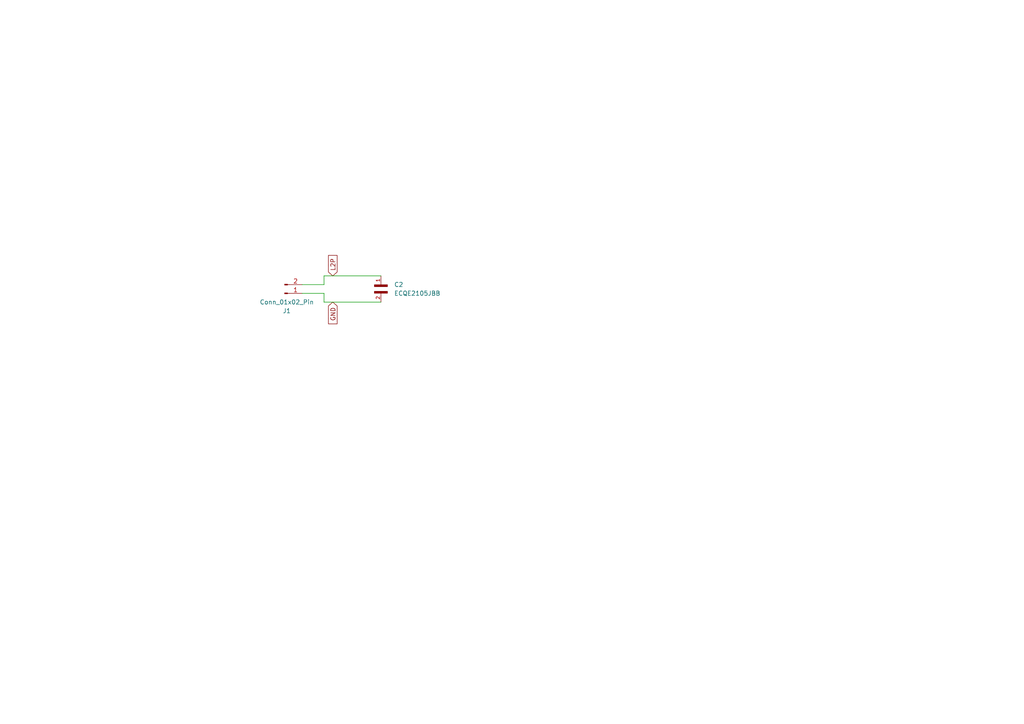
<source format=kicad_sch>
(kicad_sch
	(version 20231120)
	(generator "eeschema")
	(generator_version "8.0")
	(uuid "60ee956f-30d0-4082-b9c9-5f6714cb7f6f")
	(paper "A4")
	(lib_symbols
		(symbol "Connector:Conn_01x02_Pin"
			(pin_names
				(offset 1.016) hide)
			(exclude_from_sim no)
			(in_bom yes)
			(on_board yes)
			(property "Reference" "J"
				(at 0 2.54 0)
				(effects
					(font
						(size 1.27 1.27)
					)
				)
			)
			(property "Value" "Conn_01x02_Pin"
				(at 0 -5.08 0)
				(effects
					(font
						(size 1.27 1.27)
					)
				)
			)
			(property "Footprint" ""
				(at 0 0 0)
				(effects
					(font
						(size 1.27 1.27)
					)
					(hide yes)
				)
			)
			(property "Datasheet" "~"
				(at 0 0 0)
				(effects
					(font
						(size 1.27 1.27)
					)
					(hide yes)
				)
			)
			(property "Description" "Generic connector, single row, 01x02, script generated"
				(at 0 0 0)
				(effects
					(font
						(size 1.27 1.27)
					)
					(hide yes)
				)
			)
			(property "ki_locked" ""
				(at 0 0 0)
				(effects
					(font
						(size 1.27 1.27)
					)
				)
			)
			(property "ki_keywords" "connector"
				(at 0 0 0)
				(effects
					(font
						(size 1.27 1.27)
					)
					(hide yes)
				)
			)
			(property "ki_fp_filters" "Connector*:*_1x??_*"
				(at 0 0 0)
				(effects
					(font
						(size 1.27 1.27)
					)
					(hide yes)
				)
			)
			(symbol "Conn_01x02_Pin_1_1"
				(polyline
					(pts
						(xy 1.27 -2.54) (xy 0.8636 -2.54)
					)
					(stroke
						(width 0.1524)
						(type default)
					)
					(fill
						(type none)
					)
				)
				(polyline
					(pts
						(xy 1.27 0) (xy 0.8636 0)
					)
					(stroke
						(width 0.1524)
						(type default)
					)
					(fill
						(type none)
					)
				)
				(rectangle
					(start 0.8636 -2.413)
					(end 0 -2.667)
					(stroke
						(width 0.1524)
						(type default)
					)
					(fill
						(type outline)
					)
				)
				(rectangle
					(start 0.8636 0.127)
					(end 0 -0.127)
					(stroke
						(width 0.1524)
						(type default)
					)
					(fill
						(type outline)
					)
				)
				(pin passive line
					(at 5.08 0 180)
					(length 3.81)
					(name "Pin_1"
						(effects
							(font
								(size 1.27 1.27)
							)
						)
					)
					(number "1"
						(effects
							(font
								(size 1.27 1.27)
							)
						)
					)
				)
				(pin passive line
					(at 5.08 -2.54 180)
					(length 3.81)
					(name "Pin_2"
						(effects
							(font
								(size 1.27 1.27)
							)
						)
					)
					(number "2"
						(effects
							(font
								(size 1.27 1.27)
							)
						)
					)
				)
			)
		)
		(symbol "ECQE2105JBB:ECQE2105JBB"
			(pin_names
				(offset 1.016)
			)
			(exclude_from_sim no)
			(in_bom yes)
			(on_board yes)
			(property "Reference" "C"
				(at 0 3.8109 0)
				(effects
					(font
						(size 1.27 1.27)
					)
					(justify left bottom)
				)
			)
			(property "Value" "ECQE2105JBB"
				(at 0 -5.0885 0)
				(effects
					(font
						(size 1.27 1.27)
					)
					(justify left bottom)
				)
			)
			(property "Footprint" "ECQE2105JBB:CAPRR500W60L1530T700H1900"
				(at 0 0 0)
				(effects
					(font
						(size 1.27 1.27)
					)
					(justify bottom)
					(hide yes)
				)
			)
			(property "Datasheet" ""
				(at 0 0 0)
				(effects
					(font
						(size 1.27 1.27)
					)
					(hide yes)
				)
			)
			(property "Description" ""
				(at 0 0 0)
				(effects
					(font
						(size 1.27 1.27)
					)
					(hide yes)
				)
			)
			(property "MF" "Panasonic"
				(at 0 0 0)
				(effects
					(font
						(size 1.27 1.27)
					)
					(justify bottom)
					(hide yes)
				)
			)
			(property "MAXIMUM_PACKAGE_HEIGHT" "19.0 mm"
				(at 0 0 0)
				(effects
					(font
						(size 1.27 1.27)
					)
					(justify bottom)
					(hide yes)
				)
			)
			(property "Package" "RADIAL-2 Panasonic"
				(at 0 0 0)
				(effects
					(font
						(size 1.27 1.27)
					)
					(justify bottom)
					(hide yes)
				)
			)
			(property "Price" "None"
				(at 0 0 0)
				(effects
					(font
						(size 1.27 1.27)
					)
					(justify bottom)
					(hide yes)
				)
			)
			(property "Check_prices" "https://www.snapeda.com/parts/ECQE2105JBB/Panasonic/view-part/?ref=eda"
				(at 0 0 0)
				(effects
					(font
						(size 1.27 1.27)
					)
					(justify bottom)
					(hide yes)
				)
			)
			(property "STANDARD" "IPC-7351B"
				(at 0 0 0)
				(effects
					(font
						(size 1.27 1.27)
					)
					(justify bottom)
					(hide yes)
				)
			)
			(property "PARTREV" "11-Oct-17"
				(at 0 0 0)
				(effects
					(font
						(size 1.27 1.27)
					)
					(justify bottom)
					(hide yes)
				)
			)
			(property "SnapEDA_Link" "https://www.snapeda.com/parts/ECQE2105JBB/Panasonic/view-part/?ref=snap"
				(at 0 0 0)
				(effects
					(font
						(size 1.27 1.27)
					)
					(justify bottom)
					(hide yes)
				)
			)
			(property "MP" "ECQE2105JBB"
				(at 0 0 0)
				(effects
					(font
						(size 1.27 1.27)
					)
					(justify bottom)
					(hide yes)
				)
			)
			(property "Description_1" "\n                        \n                            Cap Film 1uF 250V PET 5% (15.3 X 7 X 19mm) Radial 5mm 105C Automotive Bulk\n                        \n"
				(at 0 0 0)
				(effects
					(font
						(size 1.27 1.27)
					)
					(justify bottom)
					(hide yes)
				)
			)
			(property "Availability" "In Stock"
				(at 0 0 0)
				(effects
					(font
						(size 1.27 1.27)
					)
					(justify bottom)
					(hide yes)
				)
			)
			(property "MANUFACTURER" "Panasonic"
				(at 0 0 0)
				(effects
					(font
						(size 1.27 1.27)
					)
					(justify bottom)
					(hide yes)
				)
			)
			(symbol "ECQE2105JBB_0_0"
				(rectangle
					(start 0 -1.9069)
					(end 0.635 1.905)
					(stroke
						(width 0.1)
						(type default)
					)
					(fill
						(type outline)
					)
				)
				(rectangle
					(start 1.9069 -1.9069)
					(end 2.54 1.905)
					(stroke
						(width 0.1)
						(type default)
					)
					(fill
						(type outline)
					)
				)
				(pin passive line
					(at -2.54 0 0)
					(length 2.54)
					(name "~"
						(effects
							(font
								(size 1.016 1.016)
							)
						)
					)
					(number "1"
						(effects
							(font
								(size 1.016 1.016)
							)
						)
					)
				)
				(pin passive line
					(at 5.08 0 180)
					(length 2.54)
					(name "~"
						(effects
							(font
								(size 1.016 1.016)
							)
						)
					)
					(number "2"
						(effects
							(font
								(size 1.016 1.016)
							)
						)
					)
				)
			)
		)
	)
	(wire
		(pts
			(xy 93.98 80.01) (xy 110.49 80.01)
		)
		(stroke
			(width 0)
			(type default)
		)
		(uuid "7de2b241-fa5e-42c7-ac6f-0a687cfe4cea")
	)
	(wire
		(pts
			(xy 87.63 85.09) (xy 93.98 85.09)
		)
		(stroke
			(width 0)
			(type default)
		)
		(uuid "810dd675-3eb1-41fa-b277-feddc22e050d")
	)
	(wire
		(pts
			(xy 93.98 87.63) (xy 110.49 87.63)
		)
		(stroke
			(width 0)
			(type default)
		)
		(uuid "aa21b0cc-df77-4134-b856-6969755c8de8")
	)
	(wire
		(pts
			(xy 93.98 85.09) (xy 93.98 87.63)
		)
		(stroke
			(width 0)
			(type default)
		)
		(uuid "bd75d4fe-3592-46ef-9f2a-4052fe808ee6")
	)
	(wire
		(pts
			(xy 87.63 82.55) (xy 93.98 82.55)
		)
		(stroke
			(width 0)
			(type default)
		)
		(uuid "ee3e7456-13f1-4207-a10a-365ad6b71cf6")
	)
	(wire
		(pts
			(xy 93.98 82.55) (xy 93.98 80.01)
		)
		(stroke
			(width 0)
			(type default)
		)
		(uuid "efff61ce-6eea-400f-9e2d-77baa340255f")
	)
	(global_label "L2P"
		(shape input)
		(at 96.52 80.01 90)
		(fields_autoplaced yes)
		(effects
			(font
				(size 1.27 1.27)
			)
			(justify left)
		)
		(uuid "10908ecc-3cf8-40d3-ae3b-04f8102c2b66")
		(property "Intersheetrefs" "${INTERSHEET_REFS}"
			(at 96.52 73.5172 90)
			(effects
				(font
					(size 1.27 1.27)
				)
				(justify left)
				(hide yes)
			)
		)
	)
	(global_label "GND"
		(shape input)
		(at 96.52 87.63 270)
		(fields_autoplaced yes)
		(effects
			(font
				(size 1.27 1.27)
			)
			(justify right)
		)
		(uuid "72c9bf3a-7b5c-4a3b-b172-7f56a61627e2")
		(property "Intersheetrefs" "${INTERSHEET_REFS}"
			(at 96.52 94.4857 90)
			(effects
				(font
					(size 1.27 1.27)
				)
				(justify right)
				(hide yes)
			)
		)
	)
	(symbol
		(lib_id "Connector:Conn_01x02_Pin")
		(at 82.55 85.09 0)
		(mirror x)
		(unit 1)
		(exclude_from_sim no)
		(in_bom yes)
		(on_board yes)
		(dnp no)
		(uuid "6232cdfd-fa6f-457d-a7a8-63583219bf71")
		(property "Reference" "J1"
			(at 83.185 90.17 0)
			(effects
				(font
					(size 1.27 1.27)
				)
			)
		)
		(property "Value" "Conn_01x02_Pin"
			(at 83.185 87.63 0)
			(effects
				(font
					(size 1.27 1.27)
				)
			)
		)
		(property "Footprint" "Connector_PinHeader_1.00mm:PinHeader_1x02_P1.00mm_Horizontal"
			(at 82.55 85.09 0)
			(effects
				(font
					(size 1.27 1.27)
				)
				(hide yes)
			)
		)
		(property "Datasheet" "~"
			(at 82.55 85.09 0)
			(effects
				(font
					(size 1.27 1.27)
				)
				(hide yes)
			)
		)
		(property "Description" "Generic connector, single row, 01x02, script generated"
			(at 82.55 85.09 0)
			(effects
				(font
					(size 1.27 1.27)
				)
				(hide yes)
			)
		)
		(pin "1"
			(uuid "0e3c89b5-5804-4de9-9ff6-0eb65e0ce38c")
		)
		(pin "2"
			(uuid "86fef01e-9d72-42f5-879f-f0956b8a22d2")
		)
		(instances
			(project ""
				(path "/60ee956f-30d0-4082-b9c9-5f6714cb7f6f"
					(reference "J1")
					(unit 1)
				)
			)
		)
	)
	(symbol
		(lib_id "ECQE2105JBB:ECQE2105JBB")
		(at 110.49 82.55 270)
		(unit 1)
		(exclude_from_sim no)
		(in_bom yes)
		(on_board yes)
		(dnp no)
		(fields_autoplaced yes)
		(uuid "be9ebc42-ee75-4fd8-9c6a-43f51add8587")
		(property "Reference" "C2"
			(at 114.3 82.5499 90)
			(effects
				(font
					(size 1.27 1.27)
				)
				(justify left)
			)
		)
		(property "Value" "ECQE2105JBB"
			(at 114.3 85.0899 90)
			(effects
				(font
					(size 1.27 1.27)
				)
				(justify left)
			)
		)
		(property "Footprint" "ECQE2105JBB:CAPRR500W60L1530T700H1900"
			(at 110.49 82.55 0)
			(effects
				(font
					(size 1.27 1.27)
				)
				(justify bottom)
				(hide yes)
			)
		)
		(property "Datasheet" ""
			(at 110.49 82.55 0)
			(effects
				(font
					(size 1.27 1.27)
				)
				(hide yes)
			)
		)
		(property "Description" ""
			(at 110.49 82.55 0)
			(effects
				(font
					(size 1.27 1.27)
				)
				(hide yes)
			)
		)
		(property "MF" "Panasonic"
			(at 110.49 82.55 0)
			(effects
				(font
					(size 1.27 1.27)
				)
				(justify bottom)
				(hide yes)
			)
		)
		(property "MAXIMUM_PACKAGE_HEIGHT" "19.0 mm"
			(at 110.49 82.55 0)
			(effects
				(font
					(size 1.27 1.27)
				)
				(justify bottom)
				(hide yes)
			)
		)
		(property "Package" "RADIAL-2 Panasonic"
			(at 110.49 82.55 0)
			(effects
				(font
					(size 1.27 1.27)
				)
				(justify bottom)
				(hide yes)
			)
		)
		(property "Price" "None"
			(at 110.49 82.55 0)
			(effects
				(font
					(size 1.27 1.27)
				)
				(justify bottom)
				(hide yes)
			)
		)
		(property "Check_prices" "https://www.snapeda.com/parts/ECQE2105JBB/Panasonic/view-part/?ref=eda"
			(at 110.49 82.55 0)
			(effects
				(font
					(size 1.27 1.27)
				)
				(justify bottom)
				(hide yes)
			)
		)
		(property "STANDARD" "IPC-7351B"
			(at 110.49 82.55 0)
			(effects
				(font
					(size 1.27 1.27)
				)
				(justify bottom)
				(hide yes)
			)
		)
		(property "PARTREV" "11-Oct-17"
			(at 110.49 82.55 0)
			(effects
				(font
					(size 1.27 1.27)
				)
				(justify bottom)
				(hide yes)
			)
		)
		(property "SnapEDA_Link" "https://www.snapeda.com/parts/ECQE2105JBB/Panasonic/view-part/?ref=snap"
			(at 110.49 82.55 0)
			(effects
				(font
					(size 1.27 1.27)
				)
				(justify bottom)
				(hide yes)
			)
		)
		(property "MP" "ECQE2105JBB"
			(at 110.49 82.55 0)
			(effects
				(font
					(size 1.27 1.27)
				)
				(justify bottom)
				(hide yes)
			)
		)
		(property "Description_1" "\n                        \n                            Cap Film 1uF 250V PET 5% (15.3 X 7 X 19mm) Radial 5mm 105C Automotive Bulk\n                        \n"
			(at 110.49 82.55 0)
			(effects
				(font
					(size 1.27 1.27)
				)
				(justify bottom)
				(hide yes)
			)
		)
		(property "Availability" "In Stock"
			(at 110.49 82.55 0)
			(effects
				(font
					(size 1.27 1.27)
				)
				(justify bottom)
				(hide yes)
			)
		)
		(property "MANUFACTURER" "Panasonic"
			(at 110.49 82.55 0)
			(effects
				(font
					(size 1.27 1.27)
				)
				(justify bottom)
				(hide yes)
			)
		)
		(pin "1"
			(uuid "4d2dc9ad-9eb5-4b32-8049-9e5fce340ba9")
		)
		(pin "2"
			(uuid "61f0f6ea-31f1-4f2f-8c0a-e8fc70e8c4d3")
		)
		(instances
			(project ""
				(path "/60ee956f-30d0-4082-b9c9-5f6714cb7f6f"
					(reference "C2")
					(unit 1)
				)
			)
		)
	)
	(sheet_instances
		(path "/"
			(page "1")
		)
	)
)

</source>
